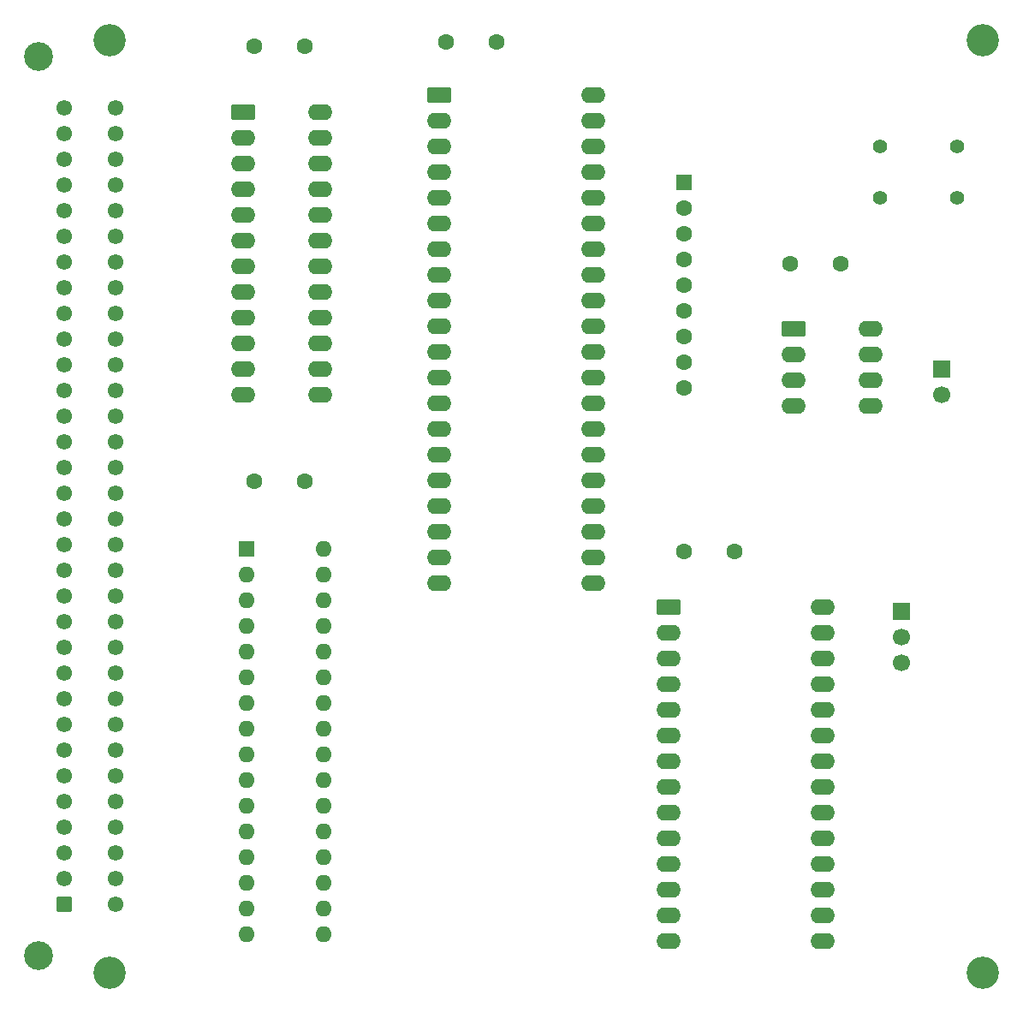
<source format=gts>
G04 #@! TF.GenerationSoftware,KiCad,Pcbnew,9.0.5*
G04 #@! TF.CreationDate,2025-12-18T09:10:18+11:00*
G04 #@! TF.ProjectId,MECB_6800_CPU,4d454342-5f36-4383-9030-5f4350552e6b,1.0*
G04 #@! TF.SameCoordinates,Original*
G04 #@! TF.FileFunction,Soldermask,Top*
G04 #@! TF.FilePolarity,Negative*
%FSLAX46Y46*%
G04 Gerber Fmt 4.6, Leading zero omitted, Abs format (unit mm)*
G04 Created by KiCad (PCBNEW 9.0.5) date 2025-12-18 09:10:18*
%MOMM*%
%LPD*%
G01*
G04 APERTURE LIST*
G04 Aperture macros list*
%AMRoundRect*
0 Rectangle with rounded corners*
0 $1 Rounding radius*
0 $2 $3 $4 $5 $6 $7 $8 $9 X,Y pos of 4 corners*
0 Add a 4 corners polygon primitive as box body*
4,1,4,$2,$3,$4,$5,$6,$7,$8,$9,$2,$3,0*
0 Add four circle primitives for the rounded corners*
1,1,$1+$1,$2,$3*
1,1,$1+$1,$4,$5*
1,1,$1+$1,$6,$7*
1,1,$1+$1,$8,$9*
0 Add four rect primitives between the rounded corners*
20,1,$1+$1,$2,$3,$4,$5,0*
20,1,$1+$1,$4,$5,$6,$7,0*
20,1,$1+$1,$6,$7,$8,$9,0*
20,1,$1+$1,$8,$9,$2,$3,0*%
G04 Aperture macros list end*
%ADD10R,1.600000X1.600000*%
%ADD11O,1.600000X1.600000*%
%ADD12C,3.200000*%
%ADD13C,2.850000*%
%ADD14RoundRect,0.249550X0.525450X-0.525450X0.525450X0.525450X-0.525450X0.525450X-0.525450X-0.525450X0*%
%ADD15C,1.550000*%
%ADD16RoundRect,0.250000X-0.950000X-0.550000X0.950000X-0.550000X0.950000X0.550000X-0.950000X0.550000X0*%
%ADD17O,2.400000X1.600000*%
%ADD18C,1.600000*%
%ADD19C,1.397000*%
%ADD20R,1.700000X1.700000*%
%ADD21C,1.700000*%
G04 APERTURE END LIST*
D10*
X119760000Y-100680000D03*
D11*
X119760000Y-103220000D03*
X119760000Y-105760000D03*
X119760000Y-108300000D03*
X119760000Y-110840000D03*
X119760000Y-113380000D03*
X119760000Y-115920000D03*
X119760000Y-118460000D03*
X119760000Y-121000000D03*
X119760000Y-123540000D03*
X119760000Y-126080000D03*
X119760000Y-128620000D03*
X119760000Y-131160000D03*
X119760000Y-133700000D03*
X119760000Y-136240000D03*
X119760000Y-138780000D03*
X127380000Y-138780000D03*
X127380000Y-136240000D03*
X127380000Y-133700000D03*
X127380000Y-131160000D03*
X127380000Y-128620000D03*
X127380000Y-126080000D03*
X127380000Y-123540000D03*
X127380000Y-121000000D03*
X127380000Y-118460000D03*
X127380000Y-115920000D03*
X127380000Y-113380000D03*
X127380000Y-110840000D03*
X127380000Y-108300000D03*
X127380000Y-105760000D03*
X127380000Y-103220000D03*
X127380000Y-100680000D03*
D12*
X192532000Y-50419000D03*
X192532000Y-142621000D03*
X106172000Y-50419000D03*
X106172000Y-142621000D03*
D13*
X99187000Y-140970000D03*
X99187000Y-52070000D03*
D14*
X101727000Y-135890000D03*
D15*
X101727000Y-133350000D03*
X101727000Y-130810000D03*
X101727000Y-128270000D03*
X101727000Y-125730000D03*
X101727000Y-123190000D03*
X101727000Y-120650000D03*
X101727000Y-118110000D03*
X101727000Y-115570000D03*
X101727000Y-113030000D03*
X101727000Y-110490000D03*
X101727000Y-107950000D03*
X101727000Y-105410000D03*
X101727000Y-102870000D03*
X101727000Y-100330000D03*
X101727000Y-97790000D03*
X101727000Y-95250000D03*
X101727000Y-92710000D03*
X101727000Y-90170000D03*
X101727000Y-87630000D03*
X101727000Y-85090000D03*
X101727000Y-82550000D03*
X101727000Y-80010000D03*
X101727000Y-77470000D03*
X101727000Y-74930000D03*
X101727000Y-72390000D03*
X101727000Y-69850000D03*
X101727000Y-67310000D03*
X101727000Y-64770000D03*
X101727000Y-62230000D03*
X101727000Y-59690000D03*
X101727000Y-57150000D03*
X106807000Y-135890000D03*
X106807000Y-133350000D03*
X106807000Y-130810000D03*
X106807000Y-128270000D03*
X106807000Y-125730000D03*
X106807000Y-123190000D03*
X106807000Y-120650000D03*
X106807000Y-118110000D03*
X106807000Y-115570000D03*
X106807000Y-113030000D03*
X106807000Y-110490000D03*
X106807000Y-107950000D03*
X106807000Y-105410000D03*
X106807000Y-102870000D03*
X106807000Y-100330000D03*
X106807000Y-97790000D03*
X106807000Y-95250000D03*
X106807000Y-92710000D03*
X106807000Y-90170000D03*
X106807000Y-87630000D03*
X106807000Y-85090000D03*
X106807000Y-82550000D03*
X106807000Y-80010000D03*
X106807000Y-77470000D03*
X106807000Y-74930000D03*
X106807000Y-72390000D03*
X106807000Y-69850000D03*
X106807000Y-67310000D03*
X106807000Y-64770000D03*
X106807000Y-62230000D03*
X106807000Y-59690000D03*
X106807000Y-57150000D03*
D16*
X161500000Y-106500000D03*
D17*
X161500000Y-109040000D03*
X161500000Y-111580000D03*
X161500000Y-114120000D03*
X161500000Y-116660000D03*
X161500000Y-119200000D03*
X161500000Y-121740000D03*
X161500000Y-124280000D03*
X161500000Y-126820000D03*
X161500000Y-129360000D03*
X161500000Y-131900000D03*
X161500000Y-134440000D03*
X161500000Y-136980000D03*
X161500000Y-139520000D03*
X176740000Y-139520000D03*
X176740000Y-136980000D03*
X176740000Y-134440000D03*
X176740000Y-131900000D03*
X176740000Y-129360000D03*
X176740000Y-126820000D03*
X176740000Y-124280000D03*
X176740000Y-121740000D03*
X176740000Y-119200000D03*
X176740000Y-116660000D03*
X176740000Y-114120000D03*
X176740000Y-111580000D03*
X176740000Y-109040000D03*
X176740000Y-106500000D03*
D16*
X173880000Y-79000000D03*
D17*
X173880000Y-81540000D03*
X173880000Y-84080000D03*
X173880000Y-86620000D03*
X181500000Y-86620000D03*
X181500000Y-84080000D03*
X181500000Y-81540000D03*
X181500000Y-79000000D03*
D18*
X139500000Y-50600000D03*
X144500000Y-50600000D03*
X120500000Y-51000000D03*
X125500000Y-51000000D03*
D16*
X138760000Y-55840000D03*
D17*
X138760000Y-58380000D03*
X138760000Y-60920000D03*
X138760000Y-63460000D03*
X138760000Y-66000000D03*
X138760000Y-68540000D03*
X138760000Y-71080000D03*
X138760000Y-73620000D03*
X138760000Y-76160000D03*
X138760000Y-78700000D03*
X138760000Y-81240000D03*
X138760000Y-83780000D03*
X138760000Y-86320000D03*
X138760000Y-88860000D03*
X138760000Y-91400000D03*
X138760000Y-93940000D03*
X138760000Y-96480000D03*
X138760000Y-99020000D03*
X138760000Y-101560000D03*
X138760000Y-104100000D03*
X154000000Y-104100000D03*
X154000000Y-101560000D03*
X154000000Y-99020000D03*
X154000000Y-96480000D03*
X154000000Y-93940000D03*
X154000000Y-91400000D03*
X154000000Y-88860000D03*
X154000000Y-86320000D03*
X154000000Y-83780000D03*
X154000000Y-81240000D03*
X154000000Y-78700000D03*
X154000000Y-76160000D03*
X154000000Y-73620000D03*
X154000000Y-71080000D03*
X154000000Y-68540000D03*
X154000000Y-66000000D03*
X154000000Y-63460000D03*
X154000000Y-60920000D03*
X154000000Y-58380000D03*
X154000000Y-55840000D03*
D19*
X182380000Y-60920000D03*
X190000000Y-60920000D03*
X182380000Y-66000000D03*
X190000000Y-66000000D03*
D18*
X173500000Y-72500000D03*
X178500000Y-72500000D03*
D20*
X184500000Y-106920000D03*
D21*
X184500000Y-109460000D03*
X184500000Y-112000000D03*
D20*
X188500000Y-82960000D03*
D21*
X188500000Y-85500000D03*
D18*
X120500000Y-94000000D03*
X125500000Y-94000000D03*
D10*
X163000000Y-64500000D03*
D18*
X163000000Y-67040000D03*
X163000000Y-69580000D03*
X163000000Y-72120000D03*
X163000000Y-74660000D03*
X163000000Y-77200000D03*
X163000000Y-79740000D03*
X163000000Y-82280000D03*
X163000000Y-84820000D03*
X163000000Y-101000000D03*
X168000000Y-101000000D03*
D16*
X119380000Y-57500000D03*
D17*
X119380000Y-60040000D03*
X119380000Y-62580000D03*
X119380000Y-65120000D03*
X119380000Y-67660000D03*
X119380000Y-70200000D03*
X119380000Y-72740000D03*
X119380000Y-75280000D03*
X119380000Y-77820000D03*
X119380000Y-80360000D03*
X119380000Y-82900000D03*
X119380000Y-85440000D03*
X127000000Y-85440000D03*
X127000000Y-82900000D03*
X127000000Y-80360000D03*
X127000000Y-77820000D03*
X127000000Y-75280000D03*
X127000000Y-72740000D03*
X127000000Y-70200000D03*
X127000000Y-67660000D03*
X127000000Y-65120000D03*
X127000000Y-62580000D03*
X127000000Y-60040000D03*
X127000000Y-57500000D03*
M02*

</source>
